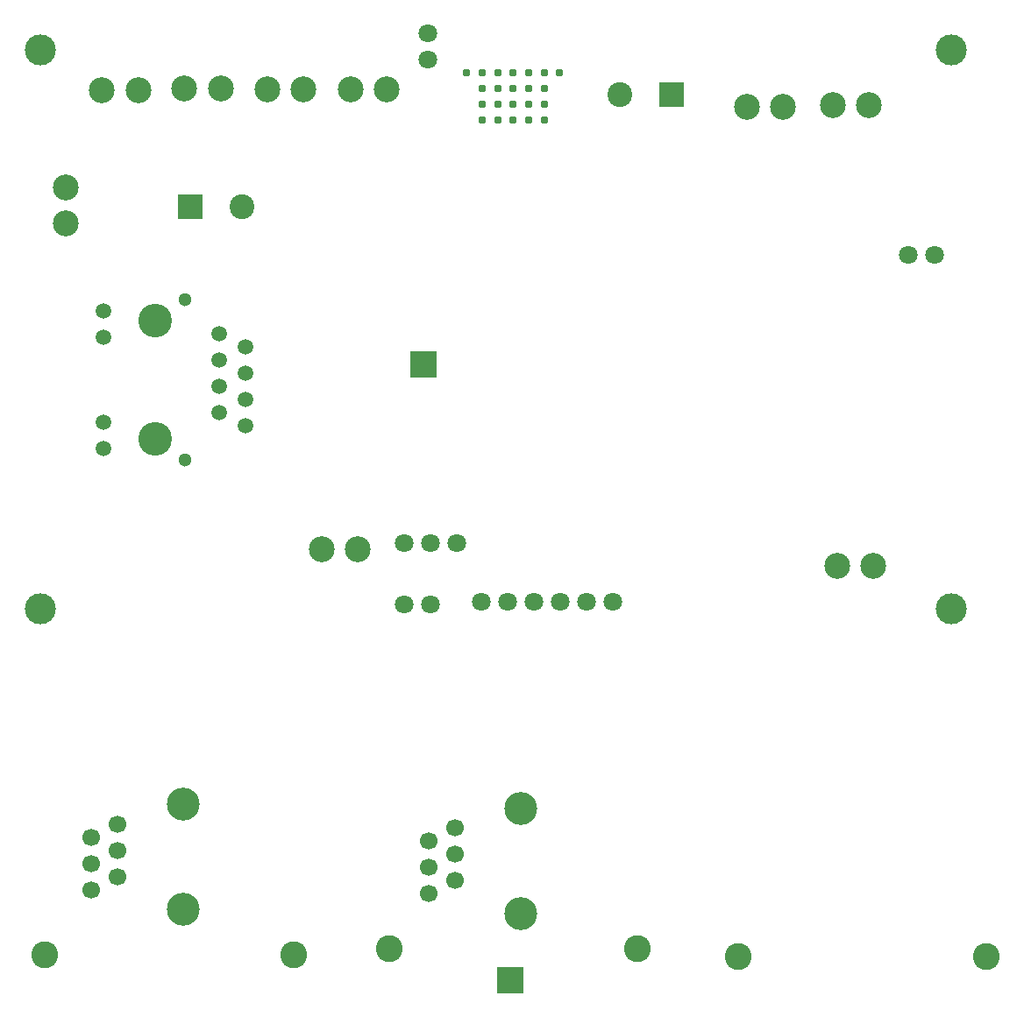
<source format=gbs>
G04 #@! TF.FileFunction,Soldermask,Bot*
%FSLAX46Y46*%
G04 Gerber Fmt 4.6, Leading zero omitted, Abs format (unit mm)*
G04 Created by KiCad (PCBNEW 4.0.6-e0-6349~53~ubuntu16.04.1) date Sun May 21 20:45:15 2017*
%MOMM*%
%LPD*%
G01*
G04 APERTURE LIST*
%ADD10C,0.150000*%
%ADD11C,3.000000*%
%ADD12C,1.800000*%
%ADD13R,2.499360X2.499360*%
%ADD14C,0.780000*%
%ADD15C,1.500000*%
%ADD16C,3.250000*%
%ADD17C,1.300000*%
%ADD18R,2.400000X2.400000*%
%ADD19C,2.400000*%
%ADD20C,2.500000*%
%ADD21C,1.700000*%
%ADD22C,3.180000*%
%ADD23C,2.600000*%
G04 APERTURE END LIST*
D10*
D11*
X178000000Y-113000000D03*
X90000000Y-113000000D03*
X90000000Y-59000000D03*
X178000000Y-59000000D03*
D12*
X142759680Y-112320000D03*
X145299680Y-112320000D03*
X132620000Y-112320000D03*
X135160000Y-112320000D03*
X140229840Y-112320000D03*
X137689840Y-112320000D03*
D13*
X127010000Y-89430000D03*
D14*
X140200000Y-61260000D03*
X131200000Y-61260000D03*
X138700000Y-65760000D03*
X138700000Y-64260000D03*
X138700000Y-62760000D03*
X138700000Y-61260000D03*
X135700000Y-65760000D03*
X135700000Y-64260000D03*
X135700000Y-62760000D03*
X135700000Y-61260000D03*
X137200000Y-61260000D03*
X137200000Y-62760000D03*
X137200000Y-64260000D03*
X137200000Y-65760000D03*
X134200000Y-65760000D03*
X134200000Y-64260000D03*
X134200000Y-62760000D03*
X134200000Y-61260000D03*
X132700000Y-61260000D03*
X132700000Y-62760000D03*
X132700000Y-64260000D03*
X132700000Y-65760000D03*
D15*
X96100000Y-84275000D03*
X96100000Y-86815000D03*
X96100000Y-94985000D03*
X96100000Y-97525000D03*
X107350000Y-86460000D03*
X107350000Y-91530000D03*
X107350000Y-89000000D03*
X107350000Y-94070000D03*
X109890000Y-87720000D03*
X109890000Y-92800000D03*
X109890000Y-90260000D03*
D16*
X101132080Y-96615000D03*
X101132080Y-85185000D03*
D17*
X104050000Y-83155000D03*
X104050000Y-98645000D03*
D15*
X109890000Y-95340000D03*
D18*
X104510000Y-74140000D03*
D19*
X109510000Y-74140000D03*
D18*
X151040000Y-63370000D03*
D19*
X146040000Y-63370000D03*
D12*
X125200000Y-106700000D03*
X127740000Y-106700000D03*
X130280000Y-106700000D03*
X127460000Y-59959840D03*
X127460000Y-57419840D03*
X127729840Y-112590000D03*
X125189840Y-112590000D03*
X173850160Y-78790000D03*
X176390160Y-78790000D03*
D20*
X158269940Y-64520000D03*
X161770060Y-64520000D03*
X166559940Y-64320000D03*
X170060060Y-64320000D03*
X120700060Y-107290000D03*
X117199940Y-107290000D03*
X92510000Y-75820060D03*
X92510000Y-72319940D03*
X119999940Y-62850000D03*
X123500060Y-62850000D03*
X111949940Y-62800000D03*
X115450060Y-62800000D03*
X103949940Y-62750000D03*
X107450060Y-62750000D03*
X95979940Y-62920000D03*
X99480060Y-62920000D03*
X170490060Y-108850000D03*
X166989940Y-108850000D03*
D21*
X94960000Y-140175000D03*
X94960000Y-137635000D03*
X94960000Y-135095000D03*
X97500000Y-136365000D03*
X97500000Y-133825000D03*
X97500000Y-138905000D03*
D22*
X103850000Y-142080000D03*
X103850000Y-131920000D03*
D23*
X114500000Y-146450000D03*
X90500000Y-146450000D03*
X181400000Y-146650000D03*
X157400000Y-146650000D03*
X123700000Y-145900000D03*
X147700000Y-145900000D03*
D13*
X135450000Y-148900000D03*
D21*
X127510000Y-140575000D03*
X127510000Y-138035000D03*
X127510000Y-135495000D03*
X130050000Y-136765000D03*
X130050000Y-134225000D03*
X130050000Y-139305000D03*
D22*
X136400000Y-142480000D03*
X136400000Y-132320000D03*
M02*

</source>
